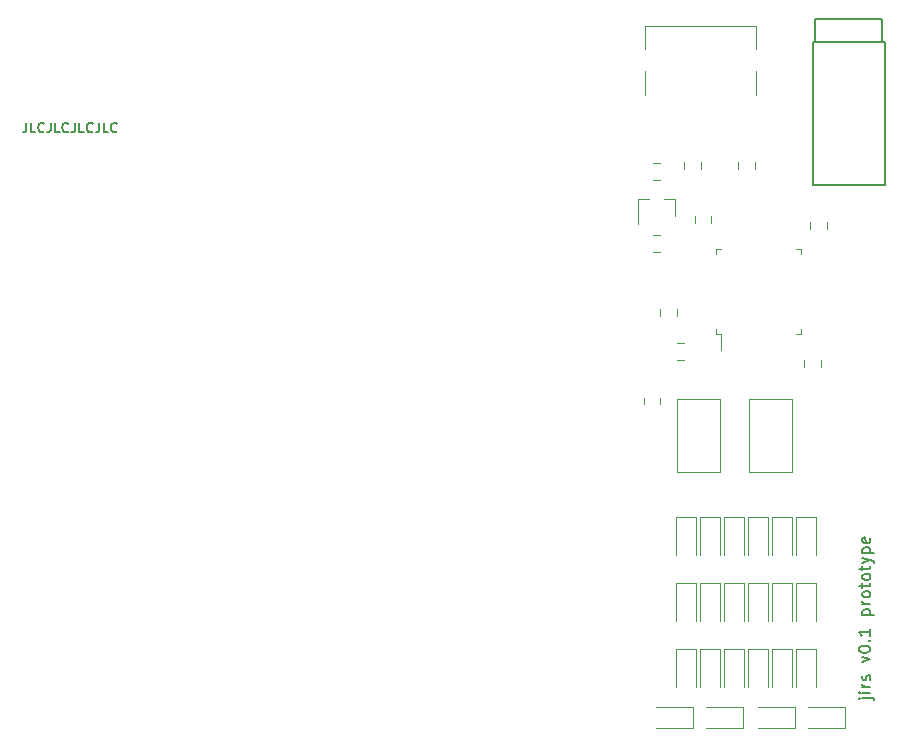
<source format=gto>
G04 #@! TF.GenerationSoftware,KiCad,Pcbnew,5.1.10*
G04 #@! TF.CreationDate,2021-06-22T11:56:40+03:00*
G04 #@! TF.ProjectId,left,6c656674-2e6b-4696-9361-645f70636258,rev?*
G04 #@! TF.SameCoordinates,Original*
G04 #@! TF.FileFunction,Legend,Top*
G04 #@! TF.FilePolarity,Positive*
%FSLAX46Y46*%
G04 Gerber Fmt 4.6, Leading zero omitted, Abs format (unit mm)*
G04 Created by KiCad (PCBNEW 5.1.10) date 2021-06-22 11:56:40*
%MOMM*%
%LPD*%
G01*
G04 APERTURE LIST*
%ADD10C,0.200000*%
%ADD11C,0.150000*%
%ADD12C,0.120000*%
%ADD13C,4.000000*%
%ADD14C,1.900000*%
%ADD15C,1.700000*%
%ADD16C,0.800000*%
%ADD17O,1.000000X1.400000*%
%ADD18R,1.500000X1.500000*%
%ADD19R,1.000000X1.000000*%
%ADD20R,1.300000X0.250000*%
%ADD21R,0.250000X1.300000*%
%ADD22R,0.800000X0.900000*%
%ADD23R,0.600000X1.450000*%
%ADD24R,0.300000X1.450000*%
%ADD25O,1.000000X2.100000*%
%ADD26C,0.650000*%
%ADD27O,1.000000X1.600000*%
G04 APERTURE END LIST*
D10*
X167754761Y-55060904D02*
X167754761Y-55632333D01*
X167716666Y-55746619D01*
X167640476Y-55822809D01*
X167526190Y-55860904D01*
X167450000Y-55860904D01*
X168516666Y-55860904D02*
X168135714Y-55860904D01*
X168135714Y-55060904D01*
X169240476Y-55784714D02*
X169202380Y-55822809D01*
X169088095Y-55860904D01*
X169011904Y-55860904D01*
X168897619Y-55822809D01*
X168821428Y-55746619D01*
X168783333Y-55670428D01*
X168745238Y-55518047D01*
X168745238Y-55403761D01*
X168783333Y-55251380D01*
X168821428Y-55175190D01*
X168897619Y-55099000D01*
X169011904Y-55060904D01*
X169088095Y-55060904D01*
X169202380Y-55099000D01*
X169240476Y-55137095D01*
X169811904Y-55060904D02*
X169811904Y-55632333D01*
X169773809Y-55746619D01*
X169697619Y-55822809D01*
X169583333Y-55860904D01*
X169507142Y-55860904D01*
X170573809Y-55860904D02*
X170192857Y-55860904D01*
X170192857Y-55060904D01*
X171297619Y-55784714D02*
X171259523Y-55822809D01*
X171145238Y-55860904D01*
X171069047Y-55860904D01*
X170954761Y-55822809D01*
X170878571Y-55746619D01*
X170840476Y-55670428D01*
X170802380Y-55518047D01*
X170802380Y-55403761D01*
X170840476Y-55251380D01*
X170878571Y-55175190D01*
X170954761Y-55099000D01*
X171069047Y-55060904D01*
X171145238Y-55060904D01*
X171259523Y-55099000D01*
X171297619Y-55137095D01*
X171869047Y-55060904D02*
X171869047Y-55632333D01*
X171830952Y-55746619D01*
X171754761Y-55822809D01*
X171640476Y-55860904D01*
X171564285Y-55860904D01*
X172630952Y-55860904D02*
X172250000Y-55860904D01*
X172250000Y-55060904D01*
X173354761Y-55784714D02*
X173316666Y-55822809D01*
X173202380Y-55860904D01*
X173126190Y-55860904D01*
X173011904Y-55822809D01*
X172935714Y-55746619D01*
X172897619Y-55670428D01*
X172859523Y-55518047D01*
X172859523Y-55403761D01*
X172897619Y-55251380D01*
X172935714Y-55175190D01*
X173011904Y-55099000D01*
X173126190Y-55060904D01*
X173202380Y-55060904D01*
X173316666Y-55099000D01*
X173354761Y-55137095D01*
X173926190Y-55060904D02*
X173926190Y-55632333D01*
X173888095Y-55746619D01*
X173811904Y-55822809D01*
X173697619Y-55860904D01*
X173621428Y-55860904D01*
X174688095Y-55860904D02*
X174307142Y-55860904D01*
X174307142Y-55060904D01*
X175411904Y-55784714D02*
X175373809Y-55822809D01*
X175259523Y-55860904D01*
X175183333Y-55860904D01*
X175069047Y-55822809D01*
X174992857Y-55746619D01*
X174954761Y-55670428D01*
X174916666Y-55518047D01*
X174916666Y-55403761D01*
X174954761Y-55251380D01*
X174992857Y-55175190D01*
X175069047Y-55099000D01*
X175183333Y-55060904D01*
X175259523Y-55060904D01*
X175373809Y-55099000D01*
X175411904Y-55137095D01*
X238545714Y-103771904D02*
X239402857Y-103771904D01*
X239498095Y-103819523D01*
X239545714Y-103914761D01*
X239545714Y-103962380D01*
X238212380Y-103771904D02*
X238260000Y-103819523D01*
X238307619Y-103771904D01*
X238260000Y-103724285D01*
X238212380Y-103771904D01*
X238307619Y-103771904D01*
X239212380Y-103295714D02*
X238545714Y-103295714D01*
X238212380Y-103295714D02*
X238260000Y-103343333D01*
X238307619Y-103295714D01*
X238260000Y-103248095D01*
X238212380Y-103295714D01*
X238307619Y-103295714D01*
X239212380Y-102819523D02*
X238545714Y-102819523D01*
X238736190Y-102819523D02*
X238640952Y-102771904D01*
X238593333Y-102724285D01*
X238545714Y-102629047D01*
X238545714Y-102533809D01*
X239164761Y-102248095D02*
X239212380Y-102152857D01*
X239212380Y-101962380D01*
X239164761Y-101867142D01*
X239069523Y-101819523D01*
X239021904Y-101819523D01*
X238926666Y-101867142D01*
X238879047Y-101962380D01*
X238879047Y-102105238D01*
X238831428Y-102200476D01*
X238736190Y-102248095D01*
X238688571Y-102248095D01*
X238593333Y-102200476D01*
X238545714Y-102105238D01*
X238545714Y-101962380D01*
X238593333Y-101867142D01*
X238545714Y-100724285D02*
X239212380Y-100486190D01*
X238545714Y-100248095D01*
X238212380Y-99676666D02*
X238212380Y-99581428D01*
X238260000Y-99486190D01*
X238307619Y-99438571D01*
X238402857Y-99390952D01*
X238593333Y-99343333D01*
X238831428Y-99343333D01*
X239021904Y-99390952D01*
X239117142Y-99438571D01*
X239164761Y-99486190D01*
X239212380Y-99581428D01*
X239212380Y-99676666D01*
X239164761Y-99771904D01*
X239117142Y-99819523D01*
X239021904Y-99867142D01*
X238831428Y-99914761D01*
X238593333Y-99914761D01*
X238402857Y-99867142D01*
X238307619Y-99819523D01*
X238260000Y-99771904D01*
X238212380Y-99676666D01*
X239117142Y-98914761D02*
X239164761Y-98867142D01*
X239212380Y-98914761D01*
X239164761Y-98962380D01*
X239117142Y-98914761D01*
X239212380Y-98914761D01*
X239212380Y-97914761D02*
X239212380Y-98486190D01*
X239212380Y-98200476D02*
X238212380Y-98200476D01*
X238355238Y-98295714D01*
X238450476Y-98390952D01*
X238498095Y-98486190D01*
X238545714Y-96724285D02*
X239545714Y-96724285D01*
X238593333Y-96724285D02*
X238545714Y-96629047D01*
X238545714Y-96438571D01*
X238593333Y-96343333D01*
X238640952Y-96295714D01*
X238736190Y-96248095D01*
X239021904Y-96248095D01*
X239117142Y-96295714D01*
X239164761Y-96343333D01*
X239212380Y-96438571D01*
X239212380Y-96629047D01*
X239164761Y-96724285D01*
X239212380Y-95819523D02*
X238545714Y-95819523D01*
X238736190Y-95819523D02*
X238640952Y-95771904D01*
X238593333Y-95724285D01*
X238545714Y-95629047D01*
X238545714Y-95533809D01*
X239212380Y-95057619D02*
X239164761Y-95152857D01*
X239117142Y-95200476D01*
X239021904Y-95248095D01*
X238736190Y-95248095D01*
X238640952Y-95200476D01*
X238593333Y-95152857D01*
X238545714Y-95057619D01*
X238545714Y-94914761D01*
X238593333Y-94819523D01*
X238640952Y-94771904D01*
X238736190Y-94724285D01*
X239021904Y-94724285D01*
X239117142Y-94771904D01*
X239164761Y-94819523D01*
X239212380Y-94914761D01*
X239212380Y-95057619D01*
X238545714Y-94438571D02*
X238545714Y-94057619D01*
X238212380Y-94295714D02*
X239069523Y-94295714D01*
X239164761Y-94248095D01*
X239212380Y-94152857D01*
X239212380Y-94057619D01*
X239212380Y-93581428D02*
X239164761Y-93676666D01*
X239117142Y-93724285D01*
X239021904Y-93771904D01*
X238736190Y-93771904D01*
X238640952Y-93724285D01*
X238593333Y-93676666D01*
X238545714Y-93581428D01*
X238545714Y-93438571D01*
X238593333Y-93343333D01*
X238640952Y-93295714D01*
X238736190Y-93248095D01*
X239021904Y-93248095D01*
X239117142Y-93295714D01*
X239164761Y-93343333D01*
X239212380Y-93438571D01*
X239212380Y-93581428D01*
X238545714Y-92962380D02*
X238545714Y-92581428D01*
X238212380Y-92819523D02*
X239069523Y-92819523D01*
X239164761Y-92771904D01*
X239212380Y-92676666D01*
X239212380Y-92581428D01*
X238545714Y-92343333D02*
X239212380Y-92105238D01*
X238545714Y-91867142D02*
X239212380Y-92105238D01*
X239450476Y-92200476D01*
X239498095Y-92248095D01*
X239545714Y-92343333D01*
X238545714Y-91486190D02*
X239545714Y-91486190D01*
X238593333Y-91486190D02*
X238545714Y-91390952D01*
X238545714Y-91200476D01*
X238593333Y-91105238D01*
X238640952Y-91057619D01*
X238736190Y-91010000D01*
X239021904Y-91010000D01*
X239117142Y-91057619D01*
X239164761Y-91105238D01*
X239212380Y-91200476D01*
X239212380Y-91390952D01*
X239164761Y-91486190D01*
X239164761Y-90200476D02*
X239212380Y-90295714D01*
X239212380Y-90486190D01*
X239164761Y-90581428D01*
X239069523Y-90629047D01*
X238688571Y-90629047D01*
X238593333Y-90581428D01*
X238545714Y-90486190D01*
X238545714Y-90295714D01*
X238593333Y-90200476D01*
X238688571Y-90152857D01*
X238783809Y-90152857D01*
X238879047Y-90629047D01*
D11*
X240163000Y-46260000D02*
X234563000Y-46260000D01*
X234563000Y-48260000D02*
X234563000Y-46260000D01*
X240163000Y-48260000D02*
X240163000Y-46260000D01*
X234313000Y-48260000D02*
X234313000Y-60360000D01*
X240413000Y-48260000D02*
X240413000Y-60360000D01*
X240413000Y-60360000D02*
X234313000Y-60360000D01*
X240413000Y-48260000D02*
X234313000Y-48260000D01*
D12*
X232609000Y-84594000D02*
X228909000Y-84594000D01*
X232609000Y-78474000D02*
X232609000Y-84594000D01*
X228909000Y-78474000D02*
X232609000Y-78474000D01*
X228909000Y-84594000D02*
X228909000Y-78474000D01*
X226513000Y-84594000D02*
X222813000Y-84594000D01*
X226513000Y-78474000D02*
X226513000Y-84594000D01*
X222813000Y-78474000D02*
X226513000Y-78474000D01*
X222813000Y-84594000D02*
X222813000Y-78474000D01*
X220845748Y-59892000D02*
X221368252Y-59892000D01*
X220845748Y-58472000D02*
X221368252Y-58472000D01*
X224334000Y-62984748D02*
X224334000Y-63507252D01*
X225754000Y-62984748D02*
X225754000Y-63507252D01*
X221413000Y-70858748D02*
X221413000Y-71381252D01*
X222833000Y-70858748D02*
X222833000Y-71381252D01*
X235025000Y-75699252D02*
X235025000Y-75176748D01*
X233605000Y-75699252D02*
X233605000Y-75176748D01*
X220845748Y-65988000D02*
X221368252Y-65988000D01*
X220845748Y-64568000D02*
X221368252Y-64568000D01*
X221436000Y-78874252D02*
X221436000Y-78351748D01*
X220016000Y-78874252D02*
X220016000Y-78351748D01*
X235533000Y-64015252D02*
X235533000Y-63492748D01*
X234113000Y-64015252D02*
X234113000Y-63492748D01*
X234609440Y-99644927D02*
X234609440Y-102794927D01*
X232909440Y-99644927D02*
X232909440Y-102794927D01*
X234609440Y-99644927D02*
X232909440Y-99644927D01*
X234609440Y-88468927D02*
X234609440Y-91618927D01*
X232909440Y-88468927D02*
X232909440Y-91618927D01*
X234609440Y-88468927D02*
X232909440Y-88468927D01*
X224170000Y-106260000D02*
X221020000Y-106260000D01*
X224170000Y-104560000D02*
X221020000Y-104560000D01*
X224170000Y-106260000D02*
X224170000Y-104560000D01*
X228513440Y-99644927D02*
X228513440Y-102794927D01*
X226813440Y-99644927D02*
X226813440Y-102794927D01*
X228513440Y-99644927D02*
X226813440Y-99644927D01*
X228513440Y-94056927D02*
X228513440Y-97206927D01*
X226813440Y-94056927D02*
X226813440Y-97206927D01*
X228513440Y-94056927D02*
X226813440Y-94056927D01*
X228513440Y-88468927D02*
X228513440Y-91618927D01*
X226813440Y-88468927D02*
X226813440Y-91618927D01*
X228513440Y-88468927D02*
X226813440Y-88468927D01*
X224449440Y-99644927D02*
X224449440Y-102794927D01*
X222749440Y-99644927D02*
X222749440Y-102794927D01*
X224449440Y-99644927D02*
X222749440Y-99644927D01*
X224449440Y-94056927D02*
X224449440Y-97206927D01*
X222749440Y-94056927D02*
X222749440Y-97206927D01*
X224449440Y-94056927D02*
X222749440Y-94056927D01*
X224449440Y-88468927D02*
X224449440Y-91618927D01*
X222749440Y-88468927D02*
X222749440Y-91618927D01*
X224449440Y-88468927D02*
X222749440Y-88468927D01*
X232806000Y-106260000D02*
X229656000Y-106260000D01*
X232806000Y-104560000D02*
X229656000Y-104560000D01*
X232806000Y-106260000D02*
X232806000Y-104560000D01*
X234609440Y-94056927D02*
X234609440Y-97206927D01*
X232909440Y-94056927D02*
X232909440Y-97206927D01*
X234609440Y-94056927D02*
X232909440Y-94056927D01*
X232577440Y-99644927D02*
X232577440Y-102794927D01*
X230877440Y-99644927D02*
X230877440Y-102794927D01*
X232577440Y-99644927D02*
X230877440Y-99644927D01*
X232577440Y-94056927D02*
X232577440Y-97206927D01*
X230877440Y-94056927D02*
X230877440Y-97206927D01*
X232577440Y-94056927D02*
X230877440Y-94056927D01*
X232577440Y-88468927D02*
X232577440Y-91618927D01*
X230877440Y-88468927D02*
X230877440Y-91618927D01*
X232577440Y-88468927D02*
X230877440Y-88468927D01*
X228448000Y-106260000D02*
X225298000Y-106260000D01*
X228448000Y-104560000D02*
X225298000Y-104560000D01*
X228448000Y-106260000D02*
X228448000Y-104560000D01*
X230545440Y-99644927D02*
X230545440Y-102794927D01*
X228845440Y-99644927D02*
X228845440Y-102794927D01*
X230545440Y-99644927D02*
X228845440Y-99644927D01*
X230545440Y-94056927D02*
X230545440Y-97206927D01*
X228845440Y-94056927D02*
X228845440Y-97206927D01*
X230545440Y-94056927D02*
X228845440Y-94056927D01*
X230545440Y-88468927D02*
X230545440Y-91618927D01*
X228845440Y-88468927D02*
X228845440Y-91618927D01*
X230545440Y-88468927D02*
X228845440Y-88468927D01*
X226481440Y-99644927D02*
X226481440Y-102794927D01*
X224781440Y-99644927D02*
X224781440Y-102794927D01*
X226481440Y-99644927D02*
X224781440Y-99644927D01*
X226481440Y-94056927D02*
X226481440Y-97206927D01*
X224781440Y-94056927D02*
X224781440Y-97206927D01*
X226481440Y-94056927D02*
X224781440Y-94056927D01*
X226481440Y-88468927D02*
X226481440Y-91618927D01*
X224781440Y-88468927D02*
X224781440Y-91618927D01*
X226481440Y-88468927D02*
X224781440Y-88468927D01*
X237084000Y-106260000D02*
X233934000Y-106260000D01*
X237084000Y-104560000D02*
X233934000Y-104560000D01*
X237084000Y-106260000D02*
X237084000Y-104560000D01*
X233303000Y-72902000D02*
X233303000Y-72482000D01*
X226183000Y-72902000D02*
X226603000Y-72902000D01*
X226603000Y-72902000D02*
X226603000Y-74282000D01*
X226183000Y-65782000D02*
X226183000Y-66202000D01*
X233303000Y-65782000D02*
X233303000Y-66202000D01*
X226183000Y-72902000D02*
X226183000Y-72482000D01*
X233303000Y-72902000D02*
X232883000Y-72902000D01*
X233303000Y-65782000D02*
X232883000Y-65782000D01*
X226183000Y-65782000D02*
X226603000Y-65782000D01*
X222687000Y-61470000D02*
X222687000Y-62930000D01*
X219527000Y-61470000D02*
X219527000Y-63630000D01*
X219527000Y-61470000D02*
X220457000Y-61470000D01*
X222687000Y-61470000D02*
X221757000Y-61470000D01*
X223391252Y-73712000D02*
X222868748Y-73712000D01*
X223391252Y-75132000D02*
X222868748Y-75132000D01*
X223445000Y-58412748D02*
X223445000Y-58935252D01*
X224865000Y-58412748D02*
X224865000Y-58935252D01*
X228017000Y-58412748D02*
X228017000Y-58935252D01*
X229437000Y-58412748D02*
X229437000Y-58935252D01*
X229490000Y-46900000D02*
X220090000Y-46900000D01*
X220090000Y-52700000D02*
X220090000Y-50700000D01*
X220090000Y-48800000D02*
X220090000Y-46900000D01*
X229490000Y-52700000D02*
X229490000Y-50700000D01*
X229490000Y-48800000D02*
X229490000Y-46900000D01*
%LPC*%
D13*
X114300000Y-66675000D03*
D14*
X108800000Y-66675000D03*
X119800000Y-66675000D03*
D15*
X119380000Y-66675000D03*
X109220000Y-66675000D03*
D13*
X228600000Y-116205000D03*
D14*
X223100000Y-116205000D03*
X234100000Y-116205000D03*
D15*
X233680000Y-116205000D03*
X223520000Y-116205000D03*
X109220000Y-85725000D03*
X119380000Y-85725000D03*
D14*
X119800000Y-85725000D03*
X108800000Y-85725000D03*
D13*
X114300000Y-85725000D03*
X114300000Y-104775000D03*
D14*
X108800000Y-104775000D03*
X119800000Y-104775000D03*
D15*
X119380000Y-104775000D03*
X109220000Y-104775000D03*
X147320000Y-53975000D03*
X157480000Y-53975000D03*
D14*
X157900000Y-53975000D03*
X146900000Y-53975000D03*
D13*
X152400000Y-53975000D03*
X209550000Y-75565000D03*
D14*
X204050000Y-75565000D03*
X215050000Y-75565000D03*
D15*
X214630000Y-75565000D03*
X204470000Y-75565000D03*
X147320000Y-73025000D03*
X157480000Y-73025000D03*
D14*
X157900000Y-73025000D03*
X146900000Y-73025000D03*
D13*
X152400000Y-73025000D03*
X152400000Y-92075000D03*
D14*
X146900000Y-92075000D03*
X157900000Y-92075000D03*
D15*
X157480000Y-92075000D03*
X147320000Y-92075000D03*
X90170000Y-81407000D03*
X100330000Y-81407000D03*
D14*
X100750000Y-81407000D03*
X89750000Y-81407000D03*
D13*
X95250000Y-81407000D03*
X209550000Y-56515000D03*
D14*
X204050000Y-56515000D03*
X215050000Y-56515000D03*
D15*
X214630000Y-56515000D03*
X204470000Y-56515000D03*
X204470000Y-94615000D03*
X214630000Y-94615000D03*
D14*
X215050000Y-94615000D03*
X204050000Y-94615000D03*
D13*
X209550000Y-94615000D03*
X133350000Y-64135000D03*
D14*
X127850000Y-64135000D03*
X138850000Y-64135000D03*
D15*
X138430000Y-64135000D03*
X128270000Y-64135000D03*
X128270000Y-83185000D03*
X138430000Y-83185000D03*
D14*
X138850000Y-83185000D03*
X127850000Y-83185000D03*
D13*
X133350000Y-83185000D03*
X133350000Y-102235000D03*
D14*
X127850000Y-102235000D03*
X138850000Y-102235000D03*
D15*
X138430000Y-102235000D03*
X128270000Y-102235000D03*
X166370000Y-51435000D03*
X176530000Y-51435000D03*
D14*
X176950000Y-51435000D03*
X165950000Y-51435000D03*
D13*
X171450000Y-51435000D03*
X171450000Y-70485000D03*
D14*
X165950000Y-70485000D03*
X176950000Y-70485000D03*
D15*
X176530000Y-70485000D03*
X166370000Y-70485000D03*
X166370000Y-89535000D03*
X176530000Y-89535000D03*
D14*
X176950000Y-89535000D03*
X165950000Y-89535000D03*
D13*
X171450000Y-89535000D03*
X190500000Y-53975000D03*
D14*
X185000000Y-53975000D03*
X196000000Y-53975000D03*
D15*
X195580000Y-53975000D03*
X185420000Y-53975000D03*
X185420000Y-73025000D03*
X195580000Y-73025000D03*
D14*
X196000000Y-73025000D03*
X185000000Y-73025000D03*
D13*
X190500000Y-73025000D03*
X190500000Y-92075000D03*
D14*
X185000000Y-92075000D03*
X196000000Y-92075000D03*
D15*
X195580000Y-92075000D03*
X185420000Y-92075000D03*
X204470000Y-113665000D03*
X214630000Y-113665000D03*
D14*
X215050000Y-113665000D03*
X204050000Y-113665000D03*
D13*
X209550000Y-113665000D03*
X190500000Y-111125000D03*
D14*
X185000000Y-111125000D03*
X196000000Y-111125000D03*
D15*
X195580000Y-111125000D03*
X185420000Y-111125000D03*
D16*
X237363000Y-56860000D03*
X237363000Y-49860000D03*
D17*
X239663000Y-51460000D03*
X239663000Y-54460000D03*
X239663000Y-58460000D03*
X235063000Y-59560000D03*
D18*
X230759000Y-77634000D03*
X230759000Y-85434000D03*
X224663000Y-77634000D03*
X224663000Y-85434000D03*
G36*
G01*
X221557000Y-59632001D02*
X221557000Y-58731999D01*
G75*
G02*
X221806999Y-58482000I249999J0D01*
G01*
X222457001Y-58482000D01*
G75*
G02*
X222707000Y-58731999I0J-249999D01*
G01*
X222707000Y-59632001D01*
G75*
G02*
X222457001Y-59882000I-249999J0D01*
G01*
X221806999Y-59882000D01*
G75*
G02*
X221557000Y-59632001I0J249999D01*
G01*
G37*
G36*
G01*
X219507000Y-59632001D02*
X219507000Y-58731999D01*
G75*
G02*
X219756999Y-58482000I249999J0D01*
G01*
X220407001Y-58482000D01*
G75*
G02*
X220657000Y-58731999I0J-249999D01*
G01*
X220657000Y-59632001D01*
G75*
G02*
X220407001Y-59882000I-249999J0D01*
G01*
X219756999Y-59882000D01*
G75*
G02*
X219507000Y-59632001I0J249999D01*
G01*
G37*
G36*
G01*
X224593999Y-63696000D02*
X225494001Y-63696000D01*
G75*
G02*
X225744000Y-63945999I0J-249999D01*
G01*
X225744000Y-64596001D01*
G75*
G02*
X225494001Y-64846000I-249999J0D01*
G01*
X224593999Y-64846000D01*
G75*
G02*
X224344000Y-64596001I0J249999D01*
G01*
X224344000Y-63945999D01*
G75*
G02*
X224593999Y-63696000I249999J0D01*
G01*
G37*
G36*
G01*
X224593999Y-61646000D02*
X225494001Y-61646000D01*
G75*
G02*
X225744000Y-61895999I0J-249999D01*
G01*
X225744000Y-62546001D01*
G75*
G02*
X225494001Y-62796000I-249999J0D01*
G01*
X224593999Y-62796000D01*
G75*
G02*
X224344000Y-62546001I0J249999D01*
G01*
X224344000Y-61895999D01*
G75*
G02*
X224593999Y-61646000I249999J0D01*
G01*
G37*
G36*
G01*
X221672999Y-71570000D02*
X222573001Y-71570000D01*
G75*
G02*
X222823000Y-71819999I0J-249999D01*
G01*
X222823000Y-72470001D01*
G75*
G02*
X222573001Y-72720000I-249999J0D01*
G01*
X221672999Y-72720000D01*
G75*
G02*
X221423000Y-72470001I0J249999D01*
G01*
X221423000Y-71819999D01*
G75*
G02*
X221672999Y-71570000I249999J0D01*
G01*
G37*
G36*
G01*
X221672999Y-69520000D02*
X222573001Y-69520000D01*
G75*
G02*
X222823000Y-69769999I0J-249999D01*
G01*
X222823000Y-70420001D01*
G75*
G02*
X222573001Y-70670000I-249999J0D01*
G01*
X221672999Y-70670000D01*
G75*
G02*
X221423000Y-70420001I0J249999D01*
G01*
X221423000Y-69769999D01*
G75*
G02*
X221672999Y-69520000I249999J0D01*
G01*
G37*
G36*
G01*
X234765001Y-74988000D02*
X233864999Y-74988000D01*
G75*
G02*
X233615000Y-74738001I0J249999D01*
G01*
X233615000Y-74087999D01*
G75*
G02*
X233864999Y-73838000I249999J0D01*
G01*
X234765001Y-73838000D01*
G75*
G02*
X235015000Y-74087999I0J-249999D01*
G01*
X235015000Y-74738001D01*
G75*
G02*
X234765001Y-74988000I-249999J0D01*
G01*
G37*
G36*
G01*
X234765001Y-77038000D02*
X233864999Y-77038000D01*
G75*
G02*
X233615000Y-76788001I0J249999D01*
G01*
X233615000Y-76137999D01*
G75*
G02*
X233864999Y-75888000I249999J0D01*
G01*
X234765001Y-75888000D01*
G75*
G02*
X235015000Y-76137999I0J-249999D01*
G01*
X235015000Y-76788001D01*
G75*
G02*
X234765001Y-77038000I-249999J0D01*
G01*
G37*
G36*
G01*
X221557000Y-65728001D02*
X221557000Y-64827999D01*
G75*
G02*
X221806999Y-64578000I249999J0D01*
G01*
X222457001Y-64578000D01*
G75*
G02*
X222707000Y-64827999I0J-249999D01*
G01*
X222707000Y-65728001D01*
G75*
G02*
X222457001Y-65978000I-249999J0D01*
G01*
X221806999Y-65978000D01*
G75*
G02*
X221557000Y-65728001I0J249999D01*
G01*
G37*
G36*
G01*
X219507000Y-65728001D02*
X219507000Y-64827999D01*
G75*
G02*
X219756999Y-64578000I249999J0D01*
G01*
X220407001Y-64578000D01*
G75*
G02*
X220657000Y-64827999I0J-249999D01*
G01*
X220657000Y-65728001D01*
G75*
G02*
X220407001Y-65978000I-249999J0D01*
G01*
X219756999Y-65978000D01*
G75*
G02*
X219507000Y-65728001I0J249999D01*
G01*
G37*
G36*
G01*
X221176001Y-78163000D02*
X220275999Y-78163000D01*
G75*
G02*
X220026000Y-77913001I0J249999D01*
G01*
X220026000Y-77262999D01*
G75*
G02*
X220275999Y-77013000I249999J0D01*
G01*
X221176001Y-77013000D01*
G75*
G02*
X221426000Y-77262999I0J-249999D01*
G01*
X221426000Y-77913001D01*
G75*
G02*
X221176001Y-78163000I-249999J0D01*
G01*
G37*
G36*
G01*
X221176001Y-80213000D02*
X220275999Y-80213000D01*
G75*
G02*
X220026000Y-79963001I0J249999D01*
G01*
X220026000Y-79312999D01*
G75*
G02*
X220275999Y-79063000I249999J0D01*
G01*
X221176001Y-79063000D01*
G75*
G02*
X221426000Y-79312999I0J-249999D01*
G01*
X221426000Y-79963001D01*
G75*
G02*
X221176001Y-80213000I-249999J0D01*
G01*
G37*
G36*
G01*
X235273001Y-63304000D02*
X234372999Y-63304000D01*
G75*
G02*
X234123000Y-63054001I0J249999D01*
G01*
X234123000Y-62403999D01*
G75*
G02*
X234372999Y-62154000I249999J0D01*
G01*
X235273001Y-62154000D01*
G75*
G02*
X235523000Y-62403999I0J-249999D01*
G01*
X235523000Y-63054001D01*
G75*
G02*
X235273001Y-63304000I-249999J0D01*
G01*
G37*
G36*
G01*
X235273001Y-65354000D02*
X234372999Y-65354000D01*
G75*
G02*
X234123000Y-65104001I0J249999D01*
G01*
X234123000Y-64453999D01*
G75*
G02*
X234372999Y-64204000I249999J0D01*
G01*
X235273001Y-64204000D01*
G75*
G02*
X235523000Y-64453999I0J-249999D01*
G01*
X235523000Y-65104001D01*
G75*
G02*
X235273001Y-65354000I-249999J0D01*
G01*
G37*
D19*
X233759440Y-102794927D03*
X233759440Y-100294927D03*
X233759440Y-91618927D03*
X233759440Y-89118927D03*
X221020000Y-105410000D03*
X223520000Y-105410000D03*
X227663440Y-102794927D03*
X227663440Y-100294927D03*
X227663440Y-97206927D03*
X227663440Y-94706927D03*
X227663440Y-91618927D03*
X227663440Y-89118927D03*
X223599440Y-102794927D03*
X223599440Y-100294927D03*
X223599440Y-97206927D03*
X223599440Y-94706927D03*
X223599440Y-91618927D03*
X223599440Y-89118927D03*
X229656000Y-105410000D03*
X232156000Y-105410000D03*
X233759440Y-97206927D03*
X233759440Y-94706927D03*
X231727440Y-102794927D03*
X231727440Y-100294927D03*
X231727440Y-97206927D03*
X231727440Y-94706927D03*
X231727440Y-91618927D03*
X231727440Y-89118927D03*
X225298000Y-105410000D03*
X227798000Y-105410000D03*
X229695440Y-102794927D03*
X229695440Y-100294927D03*
X229695440Y-97206927D03*
X229695440Y-94706927D03*
X229695440Y-91618927D03*
X229695440Y-89118927D03*
X225631440Y-102794927D03*
X225631440Y-100294927D03*
X225631440Y-97206927D03*
X225631440Y-94706927D03*
X225631440Y-91618927D03*
X225631440Y-89118927D03*
X233934000Y-105410000D03*
X236434000Y-105410000D03*
D20*
X225393000Y-72092000D03*
X225393000Y-71592000D03*
X225393000Y-71092000D03*
X225393000Y-70592000D03*
X225393000Y-70092000D03*
X225393000Y-69592000D03*
X225393000Y-69092000D03*
X225393000Y-68592000D03*
X225393000Y-68092000D03*
X225393000Y-67592000D03*
X225393000Y-67092000D03*
X225393000Y-66592000D03*
D21*
X226993000Y-64992000D03*
X227493000Y-64992000D03*
X227993000Y-64992000D03*
X228493000Y-64992000D03*
X228993000Y-64992000D03*
X229493000Y-64992000D03*
X229993000Y-64992000D03*
X230493000Y-64992000D03*
X230993000Y-64992000D03*
X231493000Y-64992000D03*
X231993000Y-64992000D03*
X232493000Y-64992000D03*
D20*
X234093000Y-66592000D03*
X234093000Y-67092000D03*
X234093000Y-67592000D03*
X234093000Y-68092000D03*
X234093000Y-68592000D03*
X234093000Y-69092000D03*
X234093000Y-69592000D03*
X234093000Y-70092000D03*
X234093000Y-70592000D03*
X234093000Y-71092000D03*
X234093000Y-71592000D03*
X234093000Y-72092000D03*
D21*
X232493000Y-73692000D03*
X231993000Y-73692000D03*
X231493000Y-73692000D03*
X230993000Y-73692000D03*
X230493000Y-73692000D03*
X229993000Y-73692000D03*
X229493000Y-73692000D03*
X228993000Y-73692000D03*
X228493000Y-73692000D03*
X227993000Y-73692000D03*
X227493000Y-73692000D03*
X226993000Y-73692000D03*
D22*
X221107000Y-61230000D03*
X222057000Y-63230000D03*
X220157000Y-63230000D03*
G36*
G01*
X222680000Y-73971999D02*
X222680000Y-74872001D01*
G75*
G02*
X222430001Y-75122000I-249999J0D01*
G01*
X221779999Y-75122000D01*
G75*
G02*
X221530000Y-74872001I0J249999D01*
G01*
X221530000Y-73971999D01*
G75*
G02*
X221779999Y-73722000I249999J0D01*
G01*
X222430001Y-73722000D01*
G75*
G02*
X222680000Y-73971999I0J-249999D01*
G01*
G37*
G36*
G01*
X224730000Y-73971999D02*
X224730000Y-74872001D01*
G75*
G02*
X224480001Y-75122000I-249999J0D01*
G01*
X223829999Y-75122000D01*
G75*
G02*
X223580000Y-74872001I0J249999D01*
G01*
X223580000Y-73971999D01*
G75*
G02*
X223829999Y-73722000I249999J0D01*
G01*
X224480001Y-73722000D01*
G75*
G02*
X224730000Y-73971999I0J-249999D01*
G01*
G37*
G36*
G01*
X223704999Y-59124000D02*
X224605001Y-59124000D01*
G75*
G02*
X224855000Y-59373999I0J-249999D01*
G01*
X224855000Y-60024001D01*
G75*
G02*
X224605001Y-60274000I-249999J0D01*
G01*
X223704999Y-60274000D01*
G75*
G02*
X223455000Y-60024001I0J249999D01*
G01*
X223455000Y-59373999D01*
G75*
G02*
X223704999Y-59124000I249999J0D01*
G01*
G37*
G36*
G01*
X223704999Y-57074000D02*
X224605001Y-57074000D01*
G75*
G02*
X224855000Y-57323999I0J-249999D01*
G01*
X224855000Y-57974001D01*
G75*
G02*
X224605001Y-58224000I-249999J0D01*
G01*
X223704999Y-58224000D01*
G75*
G02*
X223455000Y-57974001I0J249999D01*
G01*
X223455000Y-57323999D01*
G75*
G02*
X223704999Y-57074000I249999J0D01*
G01*
G37*
G36*
G01*
X228276999Y-59124000D02*
X229177001Y-59124000D01*
G75*
G02*
X229427000Y-59373999I0J-249999D01*
G01*
X229427000Y-60024001D01*
G75*
G02*
X229177001Y-60274000I-249999J0D01*
G01*
X228276999Y-60274000D01*
G75*
G02*
X228027000Y-60024001I0J249999D01*
G01*
X228027000Y-59373999D01*
G75*
G02*
X228276999Y-59124000I249999J0D01*
G01*
G37*
G36*
G01*
X228276999Y-57074000D02*
X229177001Y-57074000D01*
G75*
G02*
X229427000Y-57323999I0J-249999D01*
G01*
X229427000Y-57974001D01*
G75*
G02*
X229177001Y-58224000I-249999J0D01*
G01*
X228276999Y-58224000D01*
G75*
G02*
X228027000Y-57974001I0J249999D01*
G01*
X228027000Y-57323999D01*
G75*
G02*
X228276999Y-57074000I249999J0D01*
G01*
G37*
D23*
X221540000Y-54845000D03*
X222340000Y-54845000D03*
X227240000Y-54845000D03*
X228040000Y-54845000D03*
X228040000Y-54845000D03*
X227240000Y-54845000D03*
X222340000Y-54845000D03*
X221540000Y-54845000D03*
D24*
X226540000Y-54845000D03*
X226040000Y-54845000D03*
X225540000Y-54845000D03*
X224540000Y-54845000D03*
X224040000Y-54845000D03*
X223540000Y-54845000D03*
X223040000Y-54845000D03*
X225040000Y-54845000D03*
D25*
X220470000Y-53930000D03*
X229110000Y-53930000D03*
D26*
X227680000Y-53400000D03*
D27*
X229110000Y-49750000D03*
D26*
X221900000Y-53400000D03*
D27*
X220470000Y-49750000D03*
M02*

</source>
